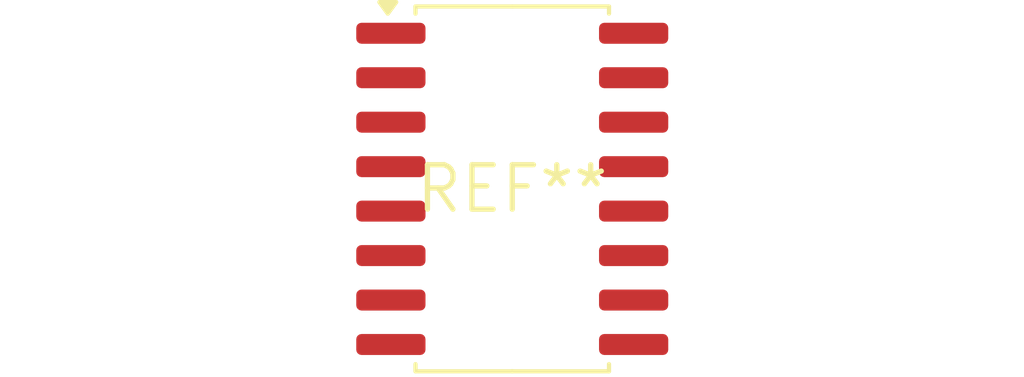
<source format=kicad_pcb>
(kicad_pcb (version 20240108) (generator pcbnew)
  (layers (0 "F.Cu" signal) (31 "B.Cu" signal) (34 "B.Paste" user) (35 "F.Paste" user) (36 "B.SilkS" user "B.Silkscreen") (37 "F.SilkS" user "F.Silkscreen") (38 "B.Mask" user) (39 "F.Mask" user) (44 "Edge.Cuts" user))
  (net 0 "")
  (footprint "SO-16_5.3x10.2mm_P1.27mm" (layer "F.Cu") (at 0 0)
    (property "Reference" "REF**")
    (property "Value" "SO-16_5.3x10.2mm_P1.27mm")
    (fp_line (start -2.76 -5.21) (end -2.76 -5.005) (layer "F.SilkS") (stroke (width 0.12)))
    (fp_line (start -2.76 5.21) (end -2.76 5.005) (layer "F.SilkS") (stroke (width 0.12)))
    (fp_line (start 0 -5.21) (end -2.76 -5.21) (layer "F.SilkS") (stroke (width 0.12)))
    (fp_line (start 0 -5.21) (end 2.76 -5.21) (layer "F.SilkS") (stroke (width 0.12)))
    (fp_line (start 0 5.21) (end -2.76 5.21) (layer "F.SilkS") (stroke (width 0.12)))
    (fp_line (start 0 5.21) (end 2.76 5.21) (layer "F.SilkS") (stroke (width 0.12)))
    (fp_line (start 2.76 -5.21) (end 2.76 -5.005) (layer "F.SilkS") (stroke (width 0.12)))
    (fp_line (start 2.76 5.21) (end 2.76 5.005) (layer "F.SilkS") (stroke (width 0.12)))
    (fp_poly (pts (xy -3.55 -5.005) (xy -3.79 -5.335) (xy -3.31 -5.335) (xy -3.55 -5.005)) (layer "F.SilkS") (stroke (width 0.12)) (fill solid))
    (pad "1" smd roundrect (at -3.4625 -4.445) (size 1.975 0.6) (layers "F.Cu" "F.Paste" "F.Mask"))
    (pad "2" smd roundrect (at -3.4625 -3.175) (size 1.975 0.6) (layers "F.Cu" "F.Paste" "F.Mask"))
    (pad "3" smd roundrect (at -3.4625 -1.905) (size 1.975 0.6) (layers "F.Cu" "F.Paste" "F.Mask"))
    (pad "4" smd roundrect (at -3.4625 -0.635) (size 1.975 0.6) (layers "F.Cu" "F.Paste" "F.Mask"))
    (pad "5" smd roundrect (at -3.4625 0.635) (size 1.975 0.6) (layers "F.Cu" "F.Paste" "F.Mask"))
    (pad "6" smd roundrect (at -3.4625 1.905) (size 1.975 0.6) (layers "F.Cu" "F.Paste" "F.Mask"))
    (pad "7" smd roundrect (at -3.4625 3.175) (size 1.975 0.6) (layers "F.Cu" "F.Paste" "F.Mask"))
    (pad "8" smd roundrect (at -3.4625 4.445) (size 1.975 0.6) (layers "F.Cu" "F.Paste" "F.Mask"))
    (pad "9" smd roundrect (at 3.4625 4.445) (size 1.975 0.6) (layers "F.Cu" "F.Paste" "F.Mask"))
    (pad "10" smd roundrect (at 3.4625 3.175) (size 1.975 0.6) (layers "F.Cu" "F.Paste" "F.Mask"))
    (pad "11" smd roundrect (at 3.4625 1.905) (size 1.975 0.6) (layers "F.Cu" "F.Paste" "F.Mask"))
    (pad "12" smd roundrect (at 3.4625 0.635) (size 1.975 0.6) (layers "F.Cu" "F.Paste" "F.Mask"))
    (pad "13" smd roundrect (at 3.4625 -0.635) (size 1.975 0.6) (layers "F.Cu" "F.Paste" "F.Mask"))
    (pad "14" smd roundrect (at 3.4625 -1.905) (size 1.975 0.6) (layers "F.Cu" "F.Paste" "F.Mask"))
    (pad "15" smd roundrect (at 3.4625 -3.175) (size 1.975 0.6) (layers "F.Cu" "F.Paste" "F.Mask"))
    (pad "16" smd roundrect (at 3.4625 -4.445) (size 1.975 0.6) (layers "F.Cu" "F.Paste" "F.Mask"))
  )
)
</source>
